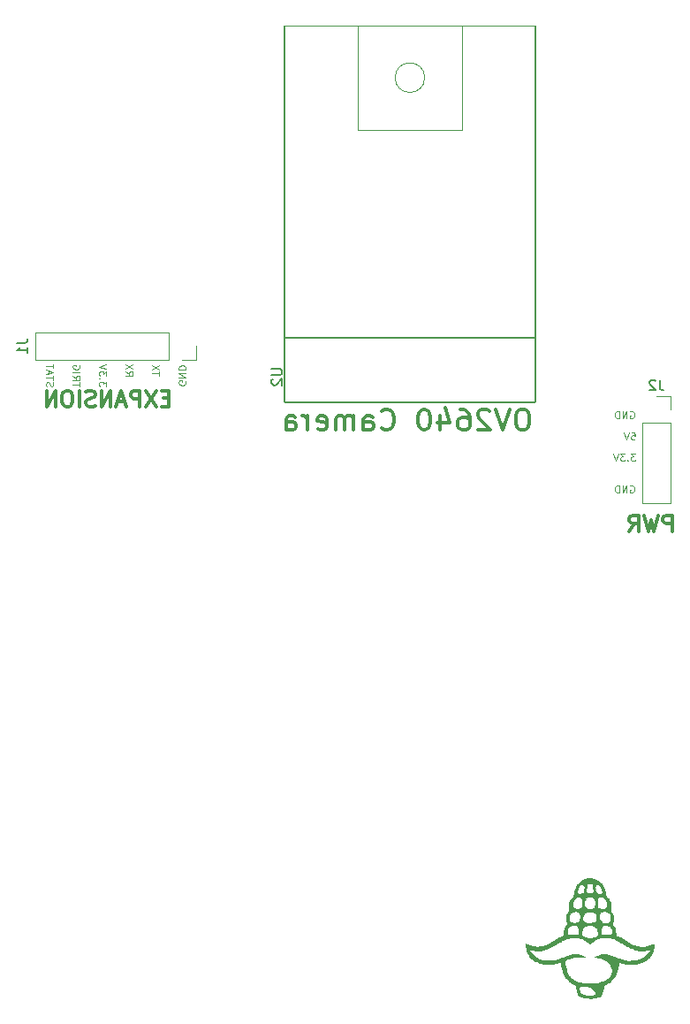
<source format=gbr>
%TF.GenerationSoftware,KiCad,Pcbnew,6.0.9-8da3e8f707~116~ubuntu20.04.1*%
%TF.CreationDate,2022-11-01T21:27:12-06:00*%
%TF.ProjectId,seedsigner-esp32-dev-board,73656564-7369-4676-9e65-722d65737033,rev?*%
%TF.SameCoordinates,Original*%
%TF.FileFunction,Legend,Bot*%
%TF.FilePolarity,Positive*%
%FSLAX46Y46*%
G04 Gerber Fmt 4.6, Leading zero omitted, Abs format (unit mm)*
G04 Created by KiCad (PCBNEW 6.0.9-8da3e8f707~116~ubuntu20.04.1) date 2022-11-01 21:27:12*
%MOMM*%
%LPD*%
G01*
G04 APERTURE LIST*
%ADD10C,0.125000*%
%ADD11C,0.300000*%
%ADD12C,0.150000*%
%ADD13C,0.120000*%
%ADD14C,0.200000*%
G04 APERTURE END LIST*
D10*
X64795333Y62326000D02*
X64862000Y62359333D01*
X64962000Y62359333D01*
X65062000Y62326000D01*
X65128666Y62259333D01*
X65162000Y62192666D01*
X65195333Y62059333D01*
X65195333Y61959333D01*
X65162000Y61826000D01*
X65128666Y61759333D01*
X65062000Y61692666D01*
X64962000Y61659333D01*
X64895333Y61659333D01*
X64795333Y61692666D01*
X64762000Y61726000D01*
X64762000Y61959333D01*
X64895333Y61959333D01*
X64462000Y61659333D02*
X64462000Y62359333D01*
X64062000Y61659333D01*
X64062000Y62359333D01*
X63728666Y61659333D02*
X63728666Y62359333D01*
X63562000Y62359333D01*
X63462000Y62326000D01*
X63395333Y62259333D01*
X63362000Y62192666D01*
X63328666Y62059333D01*
X63328666Y61959333D01*
X63362000Y61826000D01*
X63395333Y61759333D01*
X63462000Y61692666D01*
X63562000Y61659333D01*
X63728666Y61659333D01*
X16447333Y73289333D02*
X16780666Y73056000D01*
X16447333Y72889333D02*
X17147333Y72889333D01*
X17147333Y73156000D01*
X17114000Y73222666D01*
X17080666Y73256000D01*
X17014000Y73289333D01*
X16914000Y73289333D01*
X16847333Y73256000D01*
X16814000Y73222666D01*
X16780666Y73156000D01*
X16780666Y72889333D01*
X17147333Y73522666D02*
X16447333Y73989333D01*
X17147333Y73989333D02*
X16447333Y73522666D01*
X65295333Y65407333D02*
X64862000Y65407333D01*
X65095333Y65140666D01*
X64995333Y65140666D01*
X64928666Y65107333D01*
X64895333Y65074000D01*
X64862000Y65007333D01*
X64862000Y64840666D01*
X64895333Y64774000D01*
X64928666Y64740666D01*
X64995333Y64707333D01*
X65195333Y64707333D01*
X65262000Y64740666D01*
X65295333Y64774000D01*
X64562000Y64774000D02*
X64528666Y64740666D01*
X64562000Y64707333D01*
X64595333Y64740666D01*
X64562000Y64774000D01*
X64562000Y64707333D01*
X64295333Y65407333D02*
X63862000Y65407333D01*
X64095333Y65140666D01*
X63995333Y65140666D01*
X63928666Y65107333D01*
X63895333Y65074000D01*
X63862000Y65007333D01*
X63862000Y64840666D01*
X63895333Y64774000D01*
X63928666Y64740666D01*
X63995333Y64707333D01*
X64195333Y64707333D01*
X64262000Y64740666D01*
X64295333Y64774000D01*
X63662000Y65407333D02*
X63428666Y64707333D01*
X63195333Y65407333D01*
D11*
X68802000Y57995428D02*
X68802000Y59495428D01*
X68230571Y59495428D01*
X68087714Y59424000D01*
X68016285Y59352571D01*
X67944857Y59209714D01*
X67944857Y58995428D01*
X68016285Y58852571D01*
X68087714Y58781142D01*
X68230571Y58709714D01*
X68802000Y58709714D01*
X67444857Y59495428D02*
X67087714Y57995428D01*
X66802000Y59066857D01*
X66516285Y57995428D01*
X66159142Y59495428D01*
X64730571Y57995428D02*
X65230571Y58709714D01*
X65587714Y57995428D02*
X65587714Y59495428D01*
X65016285Y59495428D01*
X64873428Y59424000D01*
X64802000Y59352571D01*
X64730571Y59209714D01*
X64730571Y58995428D01*
X64802000Y58852571D01*
X64873428Y58781142D01*
X65016285Y58709714D01*
X65587714Y58709714D01*
D10*
X64795333Y69438000D02*
X64862000Y69471333D01*
X64962000Y69471333D01*
X65062000Y69438000D01*
X65128666Y69371333D01*
X65162000Y69304666D01*
X65195333Y69171333D01*
X65195333Y69071333D01*
X65162000Y68938000D01*
X65128666Y68871333D01*
X65062000Y68804666D01*
X64962000Y68771333D01*
X64895333Y68771333D01*
X64795333Y68804666D01*
X64762000Y68838000D01*
X64762000Y69071333D01*
X64895333Y69071333D01*
X64462000Y68771333D02*
X64462000Y69471333D01*
X64062000Y68771333D01*
X64062000Y69471333D01*
X63728666Y68771333D02*
X63728666Y69471333D01*
X63562000Y69471333D01*
X63462000Y69438000D01*
X63395333Y69371333D01*
X63362000Y69304666D01*
X63328666Y69171333D01*
X63328666Y69071333D01*
X63362000Y68938000D01*
X63395333Y68871333D01*
X63462000Y68804666D01*
X63562000Y68771333D01*
X63728666Y68771333D01*
D11*
X54672095Y69675238D02*
X54291142Y69675238D01*
X54100666Y69580000D01*
X53910190Y69389523D01*
X53814952Y69008571D01*
X53814952Y68341904D01*
X53910190Y67960952D01*
X54100666Y67770476D01*
X54291142Y67675238D01*
X54672095Y67675238D01*
X54862571Y67770476D01*
X55053047Y67960952D01*
X55148285Y68341904D01*
X55148285Y69008571D01*
X55053047Y69389523D01*
X54862571Y69580000D01*
X54672095Y69675238D01*
X53243523Y69675238D02*
X52576857Y67675238D01*
X51910190Y69675238D01*
X51338761Y69484761D02*
X51243523Y69580000D01*
X51053047Y69675238D01*
X50576857Y69675238D01*
X50386380Y69580000D01*
X50291142Y69484761D01*
X50195904Y69294285D01*
X50195904Y69103809D01*
X50291142Y68818095D01*
X51434000Y67675238D01*
X50195904Y67675238D01*
X48481619Y69675238D02*
X48862571Y69675238D01*
X49053047Y69580000D01*
X49148285Y69484761D01*
X49338761Y69199047D01*
X49434000Y68818095D01*
X49434000Y68056190D01*
X49338761Y67865714D01*
X49243523Y67770476D01*
X49053047Y67675238D01*
X48672095Y67675238D01*
X48481619Y67770476D01*
X48386380Y67865714D01*
X48291142Y68056190D01*
X48291142Y68532380D01*
X48386380Y68722857D01*
X48481619Y68818095D01*
X48672095Y68913333D01*
X49053047Y68913333D01*
X49243523Y68818095D01*
X49338761Y68722857D01*
X49434000Y68532380D01*
X46576857Y69008571D02*
X46576857Y67675238D01*
X47053047Y69770476D02*
X47529238Y68341904D01*
X46291142Y68341904D01*
X45148285Y69675238D02*
X44957809Y69675238D01*
X44767333Y69580000D01*
X44672095Y69484761D01*
X44576857Y69294285D01*
X44481619Y68913333D01*
X44481619Y68437142D01*
X44576857Y68056190D01*
X44672095Y67865714D01*
X44767333Y67770476D01*
X44957809Y67675238D01*
X45148285Y67675238D01*
X45338761Y67770476D01*
X45434000Y67865714D01*
X45529238Y68056190D01*
X45624476Y68437142D01*
X45624476Y68913333D01*
X45529238Y69294285D01*
X45434000Y69484761D01*
X45338761Y69580000D01*
X45148285Y69675238D01*
X40957809Y67865714D02*
X41053047Y67770476D01*
X41338761Y67675238D01*
X41529238Y67675238D01*
X41814952Y67770476D01*
X42005428Y67960952D01*
X42100666Y68151428D01*
X42195904Y68532380D01*
X42195904Y68818095D01*
X42100666Y69199047D01*
X42005428Y69389523D01*
X41814952Y69580000D01*
X41529238Y69675238D01*
X41338761Y69675238D01*
X41053047Y69580000D01*
X40957809Y69484761D01*
X39243523Y67675238D02*
X39243523Y68722857D01*
X39338761Y68913333D01*
X39529238Y69008571D01*
X39910190Y69008571D01*
X40100666Y68913333D01*
X39243523Y67770476D02*
X39434000Y67675238D01*
X39910190Y67675238D01*
X40100666Y67770476D01*
X40195904Y67960952D01*
X40195904Y68151428D01*
X40100666Y68341904D01*
X39910190Y68437142D01*
X39434000Y68437142D01*
X39243523Y68532380D01*
X38291142Y67675238D02*
X38291142Y69008571D01*
X38291142Y68818095D02*
X38195904Y68913333D01*
X38005428Y69008571D01*
X37719714Y69008571D01*
X37529238Y68913333D01*
X37434000Y68722857D01*
X37434000Y67675238D01*
X37434000Y68722857D02*
X37338761Y68913333D01*
X37148285Y69008571D01*
X36862571Y69008571D01*
X36672095Y68913333D01*
X36576857Y68722857D01*
X36576857Y67675238D01*
X34862571Y67770476D02*
X35053047Y67675238D01*
X35434000Y67675238D01*
X35624476Y67770476D01*
X35719714Y67960952D01*
X35719714Y68722857D01*
X35624476Y68913333D01*
X35434000Y69008571D01*
X35053047Y69008571D01*
X34862571Y68913333D01*
X34767333Y68722857D01*
X34767333Y68532380D01*
X35719714Y68341904D01*
X33910190Y67675238D02*
X33910190Y69008571D01*
X33910190Y68627619D02*
X33814952Y68818095D01*
X33719714Y68913333D01*
X33529238Y69008571D01*
X33338761Y69008571D01*
X31814952Y67675238D02*
X31814952Y68722857D01*
X31910190Y68913333D01*
X32100666Y69008571D01*
X32481619Y69008571D01*
X32672095Y68913333D01*
X31814952Y67770476D02*
X32005428Y67675238D01*
X32481619Y67675238D01*
X32672095Y67770476D01*
X32767333Y67960952D01*
X32767333Y68151428D01*
X32672095Y68341904D01*
X32481619Y68437142D01*
X32005428Y68437142D01*
X31814952Y68532380D01*
X20589142Y70719142D02*
X20089142Y70719142D01*
X19874857Y69933428D02*
X20589142Y69933428D01*
X20589142Y71433428D01*
X19874857Y71433428D01*
X19374857Y71433428D02*
X18374857Y69933428D01*
X18374857Y71433428D02*
X19374857Y69933428D01*
X17803428Y69933428D02*
X17803428Y71433428D01*
X17232000Y71433428D01*
X17089142Y71362000D01*
X17017714Y71290571D01*
X16946285Y71147714D01*
X16946285Y70933428D01*
X17017714Y70790571D01*
X17089142Y70719142D01*
X17232000Y70647714D01*
X17803428Y70647714D01*
X16374857Y70362000D02*
X15660571Y70362000D01*
X16517714Y69933428D02*
X16017714Y71433428D01*
X15517714Y69933428D01*
X15017714Y69933428D02*
X15017714Y71433428D01*
X14160571Y69933428D01*
X14160571Y71433428D01*
X13517714Y70004857D02*
X13303428Y69933428D01*
X12946285Y69933428D01*
X12803428Y70004857D01*
X12732000Y70076285D01*
X12660571Y70219142D01*
X12660571Y70362000D01*
X12732000Y70504857D01*
X12803428Y70576285D01*
X12946285Y70647714D01*
X13232000Y70719142D01*
X13374857Y70790571D01*
X13446285Y70862000D01*
X13517714Y71004857D01*
X13517714Y71147714D01*
X13446285Y71290571D01*
X13374857Y71362000D01*
X13232000Y71433428D01*
X12874857Y71433428D01*
X12660571Y71362000D01*
X12017714Y69933428D02*
X12017714Y71433428D01*
X11017714Y71433428D02*
X10732000Y71433428D01*
X10589142Y71362000D01*
X10446285Y71219142D01*
X10374857Y70933428D01*
X10374857Y70433428D01*
X10446285Y70147714D01*
X10589142Y70004857D01*
X10732000Y69933428D01*
X11017714Y69933428D01*
X11160571Y70004857D01*
X11303428Y70147714D01*
X11374857Y70433428D01*
X11374857Y70933428D01*
X11303428Y71219142D01*
X11160571Y71362000D01*
X11017714Y71433428D01*
X9732000Y69933428D02*
X9732000Y71433428D01*
X8874857Y69933428D01*
X8874857Y71433428D01*
D10*
X22194000Y72364666D02*
X22227333Y72298000D01*
X22227333Y72198000D01*
X22194000Y72098000D01*
X22127333Y72031333D01*
X22060666Y71998000D01*
X21927333Y71964666D01*
X21827333Y71964666D01*
X21694000Y71998000D01*
X21627333Y72031333D01*
X21560666Y72098000D01*
X21527333Y72198000D01*
X21527333Y72264666D01*
X21560666Y72364666D01*
X21594000Y72398000D01*
X21827333Y72398000D01*
X21827333Y72264666D01*
X21527333Y72698000D02*
X22227333Y72698000D01*
X21527333Y73098000D01*
X22227333Y73098000D01*
X21527333Y73431333D02*
X22227333Y73431333D01*
X22227333Y73598000D01*
X22194000Y73698000D01*
X22127333Y73764666D01*
X22060666Y73798000D01*
X21927333Y73831333D01*
X21827333Y73831333D01*
X21694000Y73798000D01*
X21627333Y73764666D01*
X21560666Y73698000D01*
X21527333Y73598000D01*
X21527333Y73431333D01*
X8860666Y71864666D02*
X8827333Y71964666D01*
X8827333Y72131333D01*
X8860666Y72198000D01*
X8894000Y72231333D01*
X8960666Y72264666D01*
X9027333Y72264666D01*
X9094000Y72231333D01*
X9127333Y72198000D01*
X9160666Y72131333D01*
X9194000Y71998000D01*
X9227333Y71931333D01*
X9260666Y71898000D01*
X9327333Y71864666D01*
X9394000Y71864666D01*
X9460666Y71898000D01*
X9494000Y71931333D01*
X9527333Y71998000D01*
X9527333Y72164666D01*
X9494000Y72264666D01*
X9527333Y72464666D02*
X9527333Y72864666D01*
X8827333Y72664666D02*
X9527333Y72664666D01*
X9027333Y73064666D02*
X9027333Y73398000D01*
X8827333Y72998000D02*
X9527333Y73231333D01*
X8827333Y73464666D01*
X9527333Y73598000D02*
X9527333Y73998000D01*
X8827333Y73798000D02*
X9527333Y73798000D01*
X64903333Y67439333D02*
X65236666Y67439333D01*
X65270000Y67106000D01*
X65236666Y67139333D01*
X65170000Y67172666D01*
X65003333Y67172666D01*
X64936666Y67139333D01*
X64903333Y67106000D01*
X64870000Y67039333D01*
X64870000Y66872666D01*
X64903333Y66806000D01*
X64936666Y66772666D01*
X65003333Y66739333D01*
X65170000Y66739333D01*
X65236666Y66772666D01*
X65270000Y66806000D01*
X64670000Y67439333D02*
X64436666Y66739333D01*
X64203333Y67439333D01*
X14607333Y71864666D02*
X14607333Y72298000D01*
X14340666Y72064666D01*
X14340666Y72164666D01*
X14307333Y72231333D01*
X14274000Y72264666D01*
X14207333Y72298000D01*
X14040666Y72298000D01*
X13974000Y72264666D01*
X13940666Y72231333D01*
X13907333Y72164666D01*
X13907333Y71964666D01*
X13940666Y71898000D01*
X13974000Y71864666D01*
X13974000Y72598000D02*
X13940666Y72631333D01*
X13907333Y72598000D01*
X13940666Y72564666D01*
X13974000Y72598000D01*
X13907333Y72598000D01*
X14607333Y72864666D02*
X14607333Y73298000D01*
X14340666Y73064666D01*
X14340666Y73164666D01*
X14307333Y73231333D01*
X14274000Y73264666D01*
X14207333Y73298000D01*
X14040666Y73298000D01*
X13974000Y73264666D01*
X13940666Y73231333D01*
X13907333Y73164666D01*
X13907333Y72964666D01*
X13940666Y72898000D01*
X13974000Y72864666D01*
X14607333Y73498000D02*
X13907333Y73731333D01*
X14607333Y73964666D01*
X12067333Y71831333D02*
X12067333Y72231333D01*
X11367333Y72031333D02*
X12067333Y72031333D01*
X11367333Y72864666D02*
X11700666Y72631333D01*
X11367333Y72464666D02*
X12067333Y72464666D01*
X12067333Y72731333D01*
X12034000Y72798000D01*
X12000666Y72831333D01*
X11934000Y72864666D01*
X11834000Y72864666D01*
X11767333Y72831333D01*
X11734000Y72798000D01*
X11700666Y72731333D01*
X11700666Y72464666D01*
X11367333Y73164666D02*
X12067333Y73164666D01*
X12034000Y73864666D02*
X12067333Y73798000D01*
X12067333Y73698000D01*
X12034000Y73598000D01*
X11967333Y73531333D01*
X11900666Y73498000D01*
X11767333Y73464666D01*
X11667333Y73464666D01*
X11534000Y73498000D01*
X11467333Y73531333D01*
X11400666Y73598000D01*
X11367333Y73698000D01*
X11367333Y73764666D01*
X11400666Y73864666D01*
X11434000Y73898000D01*
X11667333Y73898000D01*
X11667333Y73764666D01*
X19687333Y72872666D02*
X19687333Y73272666D01*
X18987333Y73072666D02*
X19687333Y73072666D01*
X19687333Y73439333D02*
X18987333Y73906000D01*
X19687333Y73906000D02*
X18987333Y73439333D01*
D12*
%TO.C,J2*%
X67643333Y72473619D02*
X67643333Y71759333D01*
X67690952Y71616476D01*
X67786190Y71521238D01*
X67929047Y71473619D01*
X68024285Y71473619D01*
X67214761Y72378380D02*
X67167142Y72426000D01*
X67071904Y72473619D01*
X66833809Y72473619D01*
X66738571Y72426000D01*
X66690952Y72378380D01*
X66643333Y72283142D01*
X66643333Y72187904D01*
X66690952Y72045047D01*
X67262380Y71473619D01*
X66643333Y71473619D01*
%TO.C,J1*%
X6056380Y76025333D02*
X6770666Y76025333D01*
X6913523Y76072952D01*
X7008761Y76168190D01*
X7056380Y76311047D01*
X7056380Y76406285D01*
X7056380Y75025333D02*
X7056380Y75596761D01*
X7056380Y75311047D02*
X6056380Y75311047D01*
X6199238Y75406285D01*
X6294476Y75501523D01*
X6342095Y75596761D01*
%TO.C,U2*%
X30440380Y73532904D02*
X31249904Y73532904D01*
X31345142Y73485285D01*
X31392761Y73437666D01*
X31440380Y73342428D01*
X31440380Y73151952D01*
X31392761Y73056714D01*
X31345142Y73009095D01*
X31249904Y72961476D01*
X30440380Y72961476D01*
X30535619Y72532904D02*
X30488000Y72485285D01*
X30440380Y72390047D01*
X30440380Y72151952D01*
X30488000Y72056714D01*
X30535619Y72009095D01*
X30630857Y71961476D01*
X30726095Y71961476D01*
X30868952Y72009095D01*
X31440380Y72580523D01*
X31440380Y71961476D01*
%TO.C,LOGO2*%
G36*
X62231538Y20137516D02*
G01*
X62227045Y20130632D01*
X62193627Y20099483D01*
X62177576Y20113384D01*
X62180600Y20120991D01*
X62216624Y20152431D01*
X62235525Y20160660D01*
X62231538Y20137516D01*
G37*
G36*
X59640959Y23937217D02*
G01*
X59624048Y23920307D01*
X59607137Y23937217D01*
X59624048Y23954128D01*
X59640959Y23937217D01*
G37*
G36*
X59000909Y20022371D02*
G01*
X58988157Y20008054D01*
X58935090Y19952050D01*
X58907899Y19929361D01*
X58897273Y19935188D01*
X58919217Y19967284D01*
X58989893Y20033386D01*
X59082903Y20115380D01*
X59000909Y20022371D01*
G37*
G36*
X67115526Y18491944D02*
G01*
X67098615Y18475034D01*
X67081704Y18491944D01*
X67098615Y18508855D01*
X67115526Y18491944D01*
G37*
G36*
X60587963Y22009388D02*
G01*
X60571052Y21992477D01*
X60554141Y22009388D01*
X60571052Y22026299D01*
X60587963Y22009388D01*
G37*
G36*
X60249747Y19405127D02*
G01*
X60232836Y19388216D01*
X60215925Y19405127D01*
X60232836Y19422038D01*
X60249747Y19405127D01*
G37*
G36*
X60655606Y23497537D02*
G01*
X60638695Y23480626D01*
X60621784Y23497537D01*
X60638695Y23514448D01*
X60655606Y23497537D01*
G37*
G36*
X62505456Y23265386D02*
G01*
X62515292Y23147278D01*
X62531251Y23054459D01*
X62599698Y22967770D01*
X62601509Y22966334D01*
X62657203Y22908552D01*
X62657475Y22907862D01*
X62675796Y22861438D01*
X62675904Y22846114D01*
X62707022Y22828480D01*
X62734398Y22824648D01*
X62787262Y22786203D01*
X62807198Y22757470D01*
X62807417Y22736552D01*
X62811401Y22717926D01*
X62852144Y22670772D01*
X62864969Y22656579D01*
X62867585Y22651998D01*
X62926125Y22549466D01*
X62976397Y22398656D01*
X63010363Y22224045D01*
X63014401Y22165129D01*
X63022598Y22045526D01*
X63019281Y21951839D01*
X63010115Y21888709D01*
X62997232Y21879210D01*
X62987340Y21881301D01*
X62974416Y21837829D01*
X62967211Y21750633D01*
X62969492Y21647592D01*
X62982079Y21603529D01*
X62992382Y21567464D01*
X63045500Y21499665D01*
X63078862Y21453534D01*
X63167695Y21330703D01*
X63238583Y21118765D01*
X63248208Y20983624D01*
X63256553Y20866464D01*
X63248478Y20699440D01*
X63235190Y20579794D01*
X63217061Y20525510D01*
X63193879Y20535471D01*
X63188837Y20540492D01*
X63176944Y20516700D01*
X63173214Y20445321D01*
X63173679Y20429964D01*
X63185017Y20334853D01*
X63205914Y20270807D01*
X63219463Y20240271D01*
X63188994Y20247949D01*
X63181832Y20251253D01*
X63182032Y20250666D01*
X63185276Y20241166D01*
X63213936Y20216845D01*
X63232611Y20200998D01*
X63238358Y20196353D01*
X63329126Y20083986D01*
X63400087Y19921386D01*
X63446294Y19723512D01*
X63460282Y19538564D01*
X63462796Y19505323D01*
X63463925Y19409664D01*
X63470997Y19314423D01*
X63486711Y19266262D01*
X63513528Y19252930D01*
X63536899Y19248877D01*
X63564261Y19217112D01*
X63566599Y19205284D01*
X63596922Y19201481D01*
X63615493Y19203900D01*
X63683467Y19186362D01*
X63774486Y19145817D01*
X63822846Y19120774D01*
X63898896Y19082734D01*
X63936298Y19066026D01*
X63976105Y19053117D01*
X64048679Y19015112D01*
X64102643Y18971660D01*
X64116030Y18938364D01*
X64110416Y18925368D01*
X64130950Y18926509D01*
X64145940Y18933334D01*
X64202203Y18933543D01*
X64246976Y18908941D01*
X64252183Y18872123D01*
X64246007Y18857836D01*
X64267004Y18859341D01*
X64289247Y18860412D01*
X64355031Y18836701D01*
X64367605Y18830160D01*
X64443324Y18790772D01*
X64537502Y18733077D01*
X64620943Y18674068D01*
X64677024Y18624198D01*
X64689122Y18593918D01*
X64681502Y18583535D01*
X64699393Y18586061D01*
X64720010Y18589768D01*
X64778151Y18572561D01*
X64841344Y18535586D01*
X64851984Y18525766D01*
X64886875Y18493563D01*
X64892030Y18461214D01*
X64884902Y18452405D01*
X64900213Y18446435D01*
X64924320Y18447488D01*
X64989957Y18431461D01*
X65063966Y18401639D01*
X65121827Y18368638D01*
X65139017Y18343070D01*
X65140265Y18330481D01*
X65181724Y18316517D01*
X65220027Y18310213D01*
X65312087Y18288016D01*
X65424447Y18256137D01*
X65424630Y18256081D01*
X65527817Y18233295D01*
X65665993Y18214101D01*
X65822162Y18199480D01*
X65979330Y18190413D01*
X66120505Y18187882D01*
X66228692Y18192867D01*
X66286897Y18206350D01*
X66307855Y18216130D01*
X66383719Y18241294D01*
X66486290Y18268948D01*
X66557303Y18288293D01*
X66702805Y18334956D01*
X66841644Y18386492D01*
X66929767Y18419086D01*
X67021526Y18445086D01*
X67073476Y18449592D01*
X67084683Y18441443D01*
X67107303Y18377417D01*
X67115154Y18260830D01*
X67114504Y18207951D01*
X67105902Y18056730D01*
X67088956Y17940227D01*
X67065743Y17869407D01*
X67038341Y17855232D01*
X67022812Y17861160D01*
X67025564Y17850166D01*
X67029348Y17835051D01*
X67031438Y17830764D01*
X67031889Y17772808D01*
X67011298Y17686473D01*
X66978119Y17595460D01*
X66940803Y17523471D01*
X66907803Y17494208D01*
X66896817Y17491664D01*
X66895593Y17460536D01*
X66897824Y17452325D01*
X66877231Y17401996D01*
X66821491Y17336628D01*
X66798604Y17314081D01*
X66766251Y17275217D01*
X66777310Y17271684D01*
X66787776Y17274838D01*
X66776450Y17253225D01*
X66725259Y17201117D01*
X66696567Y17173440D01*
X66663856Y17135965D01*
X66674526Y17134345D01*
X66680313Y17130439D01*
X66644622Y17090743D01*
X66589085Y17037617D01*
X66574381Y17023551D01*
X66480883Y16943044D01*
X66355514Y16849678D01*
X66331182Y16834687D01*
X66240782Y16778992D01*
X66149675Y16738757D01*
X66095179Y16736745D01*
X66078497Y16744336D01*
X66078100Y16725807D01*
X66070632Y16706185D01*
X66011689Y16671103D01*
X65907965Y16629614D01*
X65809930Y16597936D01*
X65771824Y16585623D01*
X65615629Y16543035D01*
X65451743Y16505754D01*
X65292530Y16477686D01*
X65219823Y16468384D01*
X64858001Y16453368D01*
X64471035Y16483834D01*
X64078233Y16558496D01*
X63995588Y16578183D01*
X63902215Y16597936D01*
X65661198Y16597936D01*
X65678109Y16581026D01*
X65695020Y16597936D01*
X65678109Y16614847D01*
X65661198Y16597936D01*
X63902215Y16597936D01*
X63873820Y16603943D01*
X63787909Y16617819D01*
X63752635Y16617149D01*
X63743889Y16576319D01*
X63731412Y16487370D01*
X63717929Y16369641D01*
X63717634Y16366831D01*
X63701131Y16253135D01*
X63680823Y16172186D01*
X63661037Y16141345D01*
X63649729Y16138530D01*
X63649310Y16106723D01*
X63651627Y16099189D01*
X63646397Y16040580D01*
X63624839Y15947675D01*
X63593238Y15840521D01*
X63557883Y15739163D01*
X63525061Y15663648D01*
X63501058Y15634022D01*
X63486949Y15623127D01*
X63472376Y15570107D01*
X63464169Y15533625D01*
X63429685Y15453943D01*
X63379018Y15365125D01*
X63342889Y15312717D01*
X63323564Y15284685D01*
X63274721Y15230136D01*
X63243885Y15218992D01*
X63232879Y15226649D01*
X63237760Y15205660D01*
X63236524Y15167218D01*
X63201985Y15102244D01*
X63147745Y15035685D01*
X63090921Y14987997D01*
X63048629Y14979636D01*
X63034682Y14985874D01*
X63034376Y14966732D01*
X63024745Y14927566D01*
X62975803Y14864174D01*
X62903651Y14792112D01*
X62824760Y14726376D01*
X62755603Y14681960D01*
X62712652Y14673858D01*
X62696396Y14681241D01*
X62695913Y14662739D01*
X62682701Y14635411D01*
X62619895Y14590561D01*
X62519497Y14539205D01*
X62321616Y14450402D01*
X62298777Y14205128D01*
X62295557Y14172589D01*
X62265392Y13993675D01*
X62247260Y13886130D01*
X62185746Y13706339D01*
X62168777Y13656743D01*
X62065622Y13493568D01*
X62060774Y13485900D01*
X61977800Y13418709D01*
X61923915Y13375074D01*
X61920100Y13373095D01*
X61833130Y13338204D01*
X61707411Y13298764D01*
X61568788Y13262937D01*
X61537977Y13256162D01*
X61285293Y13218479D01*
X61012204Y13204437D01*
X60735833Y13212911D01*
X60473300Y13242777D01*
X60241724Y13292909D01*
X60058228Y13362182D01*
X59993802Y13399911D01*
X59967734Y13418709D01*
X61907004Y13418709D01*
X61923915Y13401798D01*
X61940825Y13418709D01*
X61923915Y13435620D01*
X61907004Y13418709D01*
X59967734Y13418709D01*
X59920833Y13452530D01*
X59945353Y13452530D01*
X59962263Y13435620D01*
X59977178Y13450534D01*
X61974647Y13450534D01*
X61974976Y13445806D01*
X61994554Y13438358D01*
X62028609Y13474667D01*
X62036838Y13493568D01*
X62013694Y13489582D01*
X61998670Y13479141D01*
X61976323Y13452530D01*
X61974647Y13450534D01*
X59977178Y13450534D01*
X59979174Y13452530D01*
X59962263Y13469441D01*
X59945353Y13452530D01*
X59920833Y13452530D01*
X59915741Y13456202D01*
X59852215Y13511696D01*
X59817070Y13554046D01*
X59824151Y13570906D01*
X59828069Y13582371D01*
X59797009Y13622617D01*
X59770777Y13663435D01*
X59766519Y13729630D01*
X59773322Y13764992D01*
X59742423Y13756924D01*
X59713304Y13746854D01*
X59717865Y13783013D01*
X59724086Y13812778D01*
X59707460Y13847749D01*
X59696122Y13864413D01*
X59675621Y13933585D01*
X59654172Y14038468D01*
X59634732Y14159801D01*
X59624021Y14247520D01*
X59986081Y14247520D01*
X59987936Y14128557D01*
X59994686Y14020704D01*
X60006578Y13939980D01*
X60020803Y13909122D01*
X60032663Y13903530D01*
X60046817Y13858601D01*
X60049528Y13846569D01*
X60088218Y13793931D01*
X60157634Y13730589D01*
X60238294Y13671333D01*
X60310722Y13630956D01*
X60355437Y13624250D01*
X60364803Y13628306D01*
X60385033Y13608986D01*
X60385260Y13606814D01*
X60419164Y13585545D01*
X60493174Y13578505D01*
X60498018Y13578603D01*
X60575162Y13568633D01*
X60614368Y13542421D01*
X60630368Y13529688D01*
X60700932Y13514655D01*
X60811564Y13507425D01*
X60945281Y13507768D01*
X61085102Y13515454D01*
X61214044Y13530251D01*
X61315126Y13551929D01*
X61399959Y13584379D01*
X61444439Y13627881D01*
X61461011Y13700580D01*
X61461531Y13706339D01*
X61457615Y13778369D01*
X61435645Y13807657D01*
X61415457Y13818794D01*
X61399680Y13871820D01*
X61390978Y13897965D01*
X61344766Y13963389D01*
X61317443Y13993675D01*
X62211398Y13993675D01*
X62228309Y13976765D01*
X62245220Y13993675D01*
X62228309Y14010586D01*
X62211398Y13993675D01*
X61317443Y13993675D01*
X61271257Y14044871D01*
X61184689Y14128905D01*
X61099302Y14201989D01*
X61029335Y14250617D01*
X60989027Y14261285D01*
X60979397Y14257368D01*
X60960000Y14279100D01*
X60957445Y14284657D01*
X60906693Y14300694D01*
X60794297Y14310004D01*
X60624739Y14312146D01*
X60563646Y14312197D01*
X60406706Y14317867D01*
X60285425Y14330581D01*
X60215730Y14348907D01*
X60155624Y14368461D01*
X60061533Y14368184D01*
X60055573Y14366654D01*
X60014758Y14349827D01*
X59993308Y14315696D01*
X59986081Y14247520D01*
X59624021Y14247520D01*
X59620259Y14278327D01*
X59613712Y14374785D01*
X59618048Y14429917D01*
X59613314Y14455453D01*
X59564187Y14475477D01*
X59521413Y14484976D01*
X59471112Y14519104D01*
X59460437Y14532874D01*
X59417337Y14555025D01*
X59416574Y14554964D01*
X59350131Y14563488D01*
X59298213Y14590107D01*
X59287098Y14621422D01*
X59289523Y14634972D01*
X59256054Y14633157D01*
X59221379Y14637892D01*
X59146416Y14683552D01*
X59080832Y14737750D01*
X59099813Y14737750D01*
X59116724Y14720839D01*
X59133635Y14737750D01*
X59116724Y14754661D01*
X59099813Y14737750D01*
X59080832Y14737750D01*
X59048473Y14764491D01*
X58937713Y14869909D01*
X58824301Y14989006D01*
X58718400Y15110983D01*
X58630172Y15225039D01*
X58569783Y15320376D01*
X58547394Y15386191D01*
X58544888Y15404083D01*
X58517308Y15431092D01*
X58510905Y15432952D01*
X58476054Y15473928D01*
X58434961Y15551222D01*
X58397492Y15641704D01*
X58373513Y15722240D01*
X58372891Y15769698D01*
X58378381Y15782143D01*
X58363088Y15803130D01*
X58344211Y15816151D01*
X58310319Y15885567D01*
X58273952Y16006132D01*
X58237908Y16167965D01*
X58204987Y16361185D01*
X58196961Y16414311D01*
X58176745Y16528376D01*
X58157199Y16591882D01*
X58133218Y16617229D01*
X58099691Y16616816D01*
X58040043Y16607159D01*
X57944654Y16599906D01*
X57886831Y16592667D01*
X57868224Y16576337D01*
X57855536Y16557163D01*
X57787838Y16534538D01*
X57674610Y16512795D01*
X57527677Y16493453D01*
X57358862Y16478033D01*
X57179987Y16468056D01*
X57002876Y16465043D01*
X56850203Y16467572D01*
X56644419Y16479490D01*
X56466620Y16503372D01*
X56292623Y16541834D01*
X56172006Y16577353D01*
X56016078Y16632971D01*
X55861373Y16696741D01*
X55720466Y16762707D01*
X55605931Y16824915D01*
X55530341Y16877410D01*
X55506271Y16914237D01*
X55507596Y16927969D01*
X55489361Y16945878D01*
X55457651Y16948797D01*
X55386506Y16989071D01*
X55301939Y17060493D01*
X55217365Y17148594D01*
X55213270Y17153790D01*
X55252447Y17153790D01*
X55261065Y17122171D01*
X55268014Y17112159D01*
X55298879Y17088349D01*
X55303505Y17090551D01*
X55299496Y17105260D01*
X55920586Y17105260D01*
X55935294Y17090551D01*
X55937496Y17088349D01*
X55954407Y17105260D01*
X55937496Y17122171D01*
X55920586Y17105260D01*
X55299496Y17105260D01*
X55294887Y17122171D01*
X55287938Y17132183D01*
X55257073Y17155992D01*
X55252447Y17153790D01*
X55213270Y17153790D01*
X55146197Y17238905D01*
X55101851Y17316957D01*
X55097741Y17368280D01*
X55103760Y17383083D01*
X55080272Y17379062D01*
X55068679Y17372882D01*
X55044802Y17381244D01*
X55042433Y17444684D01*
X55031907Y17466999D01*
X54989755Y17516688D01*
X54960998Y17559037D01*
X54954338Y17618701D01*
X54959441Y17640842D01*
X54942148Y17647881D01*
X54931506Y17649309D01*
X54905762Y17694892D01*
X54877664Y17785656D01*
X54875823Y17793812D01*
X55195041Y17793812D01*
X55209655Y17781272D01*
X55246195Y17775119D01*
X55286863Y17736723D01*
X55300466Y17693613D01*
X55302523Y17685626D01*
X55337936Y17642334D01*
X55404024Y17581345D01*
X55429922Y17558246D01*
X55486560Y17494866D01*
X55505489Y17451121D01*
X55507936Y17432588D01*
X55548548Y17409654D01*
X55571627Y17402019D01*
X55588007Y17357384D01*
X55585657Y17335733D01*
X55600909Y17332366D01*
X55626448Y17341355D01*
X55679842Y17326473D01*
X55725005Y17292007D01*
X55733000Y17254922D01*
X55727439Y17243028D01*
X55740509Y17226803D01*
X55775197Y17230530D01*
X55829570Y17219142D01*
X55832802Y17184588D01*
X55824649Y17166151D01*
X55846483Y17168911D01*
X55892049Y17165760D01*
X55953174Y17123404D01*
X55972935Y17105260D01*
X56003619Y17077087D01*
X56030506Y17060554D01*
X56039595Y17061015D01*
X56094034Y17045578D01*
X56176197Y17014534D01*
X56263207Y16977416D01*
X56332189Y16943760D01*
X56360266Y16923102D01*
X56360372Y16921158D01*
X56367914Y16910723D01*
X56394324Y16902159D01*
X56449338Y16894386D01*
X56542693Y16886321D01*
X56684125Y16876883D01*
X56883372Y16864991D01*
X56883786Y16864967D01*
X57136489Y16857879D01*
X57363562Y16870600D01*
X57586112Y16906537D01*
X57825248Y16969097D01*
X58102077Y17061685D01*
X58228444Y17106473D01*
X58384528Y17158562D01*
X58434949Y17172903D01*
X60486498Y17172903D01*
X60503409Y17155992D01*
X60520319Y17172903D01*
X60503409Y17189814D01*
X60486498Y17172903D01*
X58434949Y17172903D01*
X58502880Y17192224D01*
X58598776Y17211615D01*
X58687495Y17220888D01*
X58704822Y17225234D01*
X58712370Y17255022D01*
X58710115Y17274349D01*
X58745784Y17301720D01*
X58811588Y17314549D01*
X58883664Y17305766D01*
X58896293Y17301731D01*
X58925921Y17296606D01*
X58896884Y17321392D01*
X58885892Y17329542D01*
X58868625Y17353973D01*
X58913795Y17363732D01*
X58955224Y17366544D01*
X59023715Y17368008D01*
X59039292Y17369340D01*
X59065992Y17393446D01*
X59074199Y17404533D01*
X59132917Y17427193D01*
X59209014Y17443476D01*
X59438029Y17443476D01*
X59454940Y17426565D01*
X59471851Y17443476D01*
X59573315Y17443476D01*
X59590226Y17426565D01*
X59607137Y17443476D01*
X59590226Y17460387D01*
X59573315Y17443476D01*
X59471851Y17443476D01*
X59454940Y17460387D01*
X59438029Y17443476D01*
X59209014Y17443476D01*
X59234115Y17448847D01*
X59361079Y17467285D01*
X59497096Y17480297D01*
X59625454Y17485671D01*
X59729439Y17481197D01*
X59791631Y17471455D01*
X59913211Y17443476D01*
X59914901Y17443087D01*
X60047018Y17404486D01*
X60173086Y17360967D01*
X60278207Y17317844D01*
X60347484Y17280435D01*
X60366019Y17254054D01*
X60363237Y17241554D01*
X60394613Y17242413D01*
X60395355Y17242686D01*
X60452401Y17234540D01*
X60523201Y17191233D01*
X60544840Y17172903D01*
X60604873Y17122049D01*
X60128956Y17143760D01*
X60018061Y17147851D01*
X59712359Y17145648D01*
X59445751Y17119081D01*
X59199186Y17065535D01*
X58953612Y16982393D01*
X58892139Y16960750D01*
X58804032Y16939520D01*
X58753912Y16940902D01*
X58737927Y16947748D01*
X58740844Y16925459D01*
X58735197Y16893293D01*
X58673707Y16864649D01*
X58583049Y16841896D01*
X58604645Y16537651D01*
X58640458Y16264021D01*
X58730191Y15942169D01*
X58752558Y15878762D01*
X58795029Y15753677D01*
X58825091Y15658542D01*
X58837328Y15610143D01*
X58840194Y15595677D01*
X58862494Y15582938D01*
X58880828Y15577227D01*
X58920405Y15531711D01*
X58963136Y15462763D01*
X58995328Y15393375D01*
X59003286Y15346538D01*
X59001166Y15335961D01*
X59017785Y15337790D01*
X59028429Y15344684D01*
X59072536Y15336055D01*
X59109068Y15297318D01*
X59111126Y15252926D01*
X59105075Y15239522D01*
X59123889Y15239050D01*
X59160704Y15237675D01*
X59209938Y15202049D01*
X59245036Y15152514D01*
X59243629Y15112680D01*
X59236706Y15103899D01*
X59252010Y15094063D01*
X59293213Y15099374D01*
X59347694Y15087896D01*
X59350049Y15050600D01*
X59341458Y15032598D01*
X59352500Y15032499D01*
X59379444Y15041506D01*
X59433907Y15026625D01*
X59479017Y14991742D01*
X59486315Y14953631D01*
X59481743Y14938353D01*
X59510734Y14928363D01*
X59545958Y14928060D01*
X59624139Y14911679D01*
X59710825Y14883735D01*
X59781104Y14852671D01*
X59810066Y14826929D01*
X59818944Y14813819D01*
X59869254Y14799433D01*
X59870455Y14799352D01*
X59933614Y14789228D01*
X60039263Y14767025D01*
X60163693Y14737750D01*
X60165193Y14737397D01*
X60219597Y14725176D01*
X60357857Y14703173D01*
X60529258Y14687605D01*
X60745264Y14677595D01*
X61017341Y14672267D01*
X61206342Y14671572D01*
X61374338Y14673641D01*
X61505375Y14678180D01*
X61589230Y14684831D01*
X61615678Y14693234D01*
X61623306Y14711202D01*
X61676712Y14721292D01*
X61696651Y14723253D01*
X61782599Y14742813D01*
X61904329Y14778844D01*
X62042290Y14825759D01*
X62100434Y14846347D01*
X62229729Y14888870D01*
X62332219Y14918161D01*
X62389692Y14928818D01*
X62420125Y14933256D01*
X62431758Y14956748D01*
X62430978Y14958385D01*
X62449482Y14992291D01*
X62506739Y15040204D01*
X62581827Y15088539D01*
X62653825Y15123708D01*
X62701811Y15132125D01*
X62712441Y15129825D01*
X62710560Y15146134D01*
X62705351Y15153872D01*
X62712045Y15198064D01*
X62746889Y15238697D01*
X62786365Y15245074D01*
X62812159Y15247600D01*
X62858631Y15287723D01*
X62877687Y15312717D01*
X63293688Y15312717D01*
X63310599Y15295806D01*
X63327510Y15312717D01*
X63310599Y15329628D01*
X63293688Y15312717D01*
X62877687Y15312717D01*
X62881109Y15317205D01*
X62883074Y15328591D01*
X62837097Y15296389D01*
X62793538Y15265044D01*
X62790892Y15270139D01*
X62833162Y15320957D01*
X62886251Y15367799D01*
X62927009Y15377048D01*
X62936575Y15372504D01*
X62952305Y15386301D01*
X62948777Y15420383D01*
X62958108Y15475307D01*
X62985475Y15484185D01*
X62997757Y15480291D01*
X63013969Y15507555D01*
X63013337Y15532406D01*
X63017251Y15636575D01*
X63030606Y15705265D01*
X63050665Y15722452D01*
X63064858Y15728861D01*
X63068715Y15783220D01*
X63059074Y15875116D01*
X63038785Y15989089D01*
X63010698Y16109678D01*
X62977665Y16221422D01*
X62942536Y16308862D01*
X62911275Y16376984D01*
X62883636Y16457453D01*
X62882188Y16499071D01*
X62887724Y16508377D01*
X62862224Y16499751D01*
X62833609Y16495174D01*
X62797622Y16536605D01*
X62791542Y16550903D01*
X62755221Y16608299D01*
X62708532Y16662569D01*
X62667951Y16696346D01*
X62649953Y16692263D01*
X62649751Y16690740D01*
X62628184Y16698017D01*
X62582310Y16745425D01*
X62577908Y16750642D01*
X62533553Y16794341D01*
X62514716Y16796157D01*
X62502867Y16792019D01*
X62467064Y16828484D01*
X62433736Y16865370D01*
X62399353Y16884912D01*
X62368876Y16888955D01*
X62294432Y16914281D01*
X62200431Y16953759D01*
X62107611Y16997952D01*
X62036710Y17037427D01*
X62008469Y17062747D01*
X62006874Y17071220D01*
X61978202Y17073636D01*
X61956904Y17069127D01*
X61881704Y17071966D01*
X61779059Y17086957D01*
X61732790Y17095149D01*
X61591723Y17115341D01*
X61467400Y17127409D01*
X61412691Y17130892D01*
X61357273Y17139280D01*
X61355230Y17157596D01*
X61367447Y17168367D01*
X61405663Y17168367D01*
X61433502Y17155992D01*
X61451407Y17158433D01*
X61456050Y17178540D01*
X61451092Y17182588D01*
X61410954Y17178540D01*
X61405663Y17168367D01*
X61367447Y17168367D01*
X61397328Y17194710D01*
X61455449Y17232336D01*
X61579216Y17292299D01*
X61734548Y17354411D01*
X61901362Y17411411D01*
X62015047Y17443476D01*
X62279041Y17443476D01*
X62295952Y17426565D01*
X62312863Y17443476D01*
X62414327Y17443476D01*
X62431238Y17426565D01*
X62448149Y17443476D01*
X62431238Y17460387D01*
X62414327Y17443476D01*
X62312863Y17443476D01*
X62295952Y17460387D01*
X62279041Y17443476D01*
X62015047Y17443476D01*
X62059578Y17456036D01*
X62189115Y17481027D01*
X62268500Y17486252D01*
X62437216Y17481367D01*
X62606101Y17460126D01*
X62681278Y17443476D01*
X62727386Y17433264D01*
X62872474Y17393886D01*
X63022909Y17347617D01*
X63164543Y17299294D01*
X63283227Y17253755D01*
X63364813Y17215836D01*
X63395153Y17190373D01*
X63398142Y17180588D01*
X63403330Y17178540D01*
X63437430Y17165078D01*
X63501516Y17165078D01*
X63572067Y17150482D01*
X63577942Y17116945D01*
X63570272Y17100320D01*
X63587257Y17098570D01*
X63590578Y17099930D01*
X63644674Y17096586D01*
X63741058Y17074528D01*
X63861311Y17037838D01*
X63997378Y16994940D01*
X64164169Y16948270D01*
X64306591Y16914161D01*
X64401985Y16891007D01*
X64480945Y16863936D01*
X64511265Y16842144D01*
X64537576Y16826652D01*
X64604274Y16830731D01*
X64635204Y16834687D01*
X65322983Y16834687D01*
X65339893Y16817777D01*
X65356804Y16834687D01*
X65339893Y16851598D01*
X65322983Y16834687D01*
X64635204Y16834687D01*
X64654665Y16837176D01*
X64765852Y16845617D01*
X64912063Y16853185D01*
X65074924Y16858784D01*
X65210046Y16863326D01*
X65332048Y16869803D01*
X65412070Y16876931D01*
X65437285Y16883823D01*
X65436198Y16889131D01*
X65469158Y16909923D01*
X65538658Y16933616D01*
X65622074Y16954298D01*
X65696782Y16966056D01*
X65740160Y16962979D01*
X65752412Y16957625D01*
X65751408Y16977734D01*
X65751140Y16990125D01*
X65786469Y17026252D01*
X65806018Y17037617D01*
X66540559Y17037617D01*
X66557470Y17020706D01*
X66574381Y17037617D01*
X66557470Y17054528D01*
X66540559Y17037617D01*
X65806018Y17037617D01*
X65851738Y17064197D01*
X65923063Y17091464D01*
X65976562Y17095553D01*
X65985989Y17094938D01*
X65983021Y17121333D01*
X65978790Y17139466D01*
X66011545Y17160442D01*
X66083968Y17157179D01*
X66094324Y17156388D01*
X66092848Y17175297D01*
X66092373Y17186540D01*
X66125377Y17229272D01*
X66189102Y17287046D01*
X66265830Y17345764D01*
X66337844Y17391332D01*
X66387426Y17409654D01*
X66396266Y17410765D01*
X66422701Y17443476D01*
X66433021Y17489483D01*
X66468729Y17536910D01*
X66509913Y17542978D01*
X66523893Y17538863D01*
X66532942Y17567793D01*
X66533315Y17587053D01*
X66565925Y17604128D01*
X66590011Y17610701D01*
X66608202Y17659175D01*
X66615521Y17698003D01*
X66658935Y17764781D01*
X66685946Y17793889D01*
X66709667Y17850166D01*
X66696363Y17872474D01*
X66647305Y17870604D01*
X66549014Y17843905D01*
X66477821Y17823859D01*
X66330301Y17788696D01*
X66185433Y17760318D01*
X66133228Y17753045D01*
X66003584Y17743916D01*
X65866898Y17743518D01*
X65738092Y17750750D01*
X65632087Y17764516D01*
X65563805Y17783715D01*
X65548167Y17807249D01*
X65554552Y17823947D01*
X65527490Y17816488D01*
X65523743Y17814587D01*
X65467524Y17811283D01*
X65380097Y17825899D01*
X65281022Y17852465D01*
X65189854Y17885007D01*
X65126153Y17917554D01*
X65109474Y17944134D01*
X65115040Y17958762D01*
X65089598Y17952880D01*
X65047581Y17955578D01*
X64963837Y17983160D01*
X64853795Y18028802D01*
X64732294Y18085274D01*
X64614170Y18145349D01*
X64514263Y18201800D01*
X64447411Y18247400D01*
X64428451Y18274920D01*
X64428356Y18288358D01*
X64389098Y18282880D01*
X64353296Y18274966D01*
X64356033Y18301016D01*
X64364478Y18319116D01*
X64353126Y18333884D01*
X64319918Y18331894D01*
X64256024Y18349520D01*
X64205422Y18381778D01*
X64194694Y18415051D01*
X64201429Y18430347D01*
X64180654Y18429002D01*
X64145139Y18430020D01*
X64066497Y18458801D01*
X63967241Y18510553D01*
X63940364Y18525766D01*
X64781837Y18525766D01*
X64798748Y18508855D01*
X64815659Y18525766D01*
X64798748Y18542677D01*
X64781837Y18525766D01*
X63940364Y18525766D01*
X63846924Y18578656D01*
X63696493Y18659741D01*
X63550547Y18735080D01*
X63521403Y18749871D01*
X63412167Y18808780D01*
X63377043Y18830160D01*
X64308335Y18830160D01*
X64325246Y18813249D01*
X64342157Y18830160D01*
X64325246Y18847071D01*
X64308335Y18830160D01*
X63377043Y18830160D01*
X63332952Y18856998D01*
X63299255Y18885265D01*
X63295982Y18891599D01*
X63260946Y18898470D01*
X63225679Y18898970D01*
X63143400Y18918470D01*
X63035539Y18953516D01*
X62995621Y18967243D01*
X62888010Y18996036D01*
X62765748Y19014828D01*
X62611202Y19025795D01*
X62406735Y19031113D01*
X62378971Y19031456D01*
X62223337Y19031895D01*
X62099344Y19029751D01*
X62018987Y19025374D01*
X61994261Y19019113D01*
X61982607Y19001235D01*
X61925012Y18973376D01*
X61840219Y18943265D01*
X61748660Y18917325D01*
X61670767Y18901979D01*
X61626972Y18903650D01*
X61613794Y18909526D01*
X61613865Y18890043D01*
X61614133Y18877652D01*
X61578803Y18841525D01*
X61513535Y18803580D01*
X61442210Y18776314D01*
X61388711Y18772224D01*
X61379284Y18772840D01*
X61382252Y18746444D01*
X61386767Y18731010D01*
X61357682Y18707961D01*
X61287246Y18708617D01*
X61278865Y18708385D01*
X61278597Y18682345D01*
X61280982Y18675892D01*
X61260468Y18641093D01*
X61208068Y18612047D01*
X61151960Y18605788D01*
X61143509Y18606005D01*
X61143310Y18580880D01*
X61145696Y18574427D01*
X61125182Y18539628D01*
X61072782Y18510582D01*
X61016674Y18504324D01*
X61007886Y18504349D01*
X61008770Y18478209D01*
X61017649Y18453670D01*
X60998051Y18425782D01*
X60950215Y18426163D01*
X60897567Y18458885D01*
X60868841Y18495498D01*
X60889127Y18491483D01*
X60916438Y18480427D01*
X60912156Y18504181D01*
X60899518Y18519205D01*
X60861246Y18527441D01*
X60826789Y18530656D01*
X60765864Y18563588D01*
X60701815Y18612263D01*
X60655456Y18660598D01*
X60647604Y18692510D01*
X60654219Y18700878D01*
X60638695Y18710598D01*
X60597492Y18705288D01*
X60543011Y18716765D01*
X60540657Y18754062D01*
X60549278Y18772081D01*
X60538465Y18772422D01*
X60524265Y18768504D01*
X60461592Y18781639D01*
X60374017Y18818869D01*
X60224682Y18890948D01*
X60051575Y18958244D01*
X59881059Y19000522D01*
X59689919Y19023151D01*
X59454940Y19031503D01*
X59453810Y19031516D01*
X59295269Y19031682D01*
X59162947Y19028777D01*
X59070647Y19023313D01*
X59032170Y19015803D01*
X58989717Y18989255D01*
X58903475Y18953779D01*
X58795605Y18917306D01*
X58687211Y18886377D01*
X58599395Y18867535D01*
X58553260Y18867324D01*
X58536550Y18874986D01*
X58535471Y18857242D01*
X58537580Y18852601D01*
X58520264Y18816704D01*
X58465427Y18782592D01*
X58398458Y18762212D01*
X58344749Y18767510D01*
X58328729Y18775006D01*
X58330336Y18762339D01*
X58330347Y18754406D01*
X58294728Y18718219D01*
X58221999Y18666069D01*
X58128767Y18607972D01*
X58102589Y18593409D01*
X58031643Y18553941D01*
X57947234Y18513990D01*
X57892148Y18498133D01*
X57872174Y18492853D01*
X57832675Y18448977D01*
X57816231Y18426942D01*
X57761820Y18420405D01*
X57735710Y18426253D01*
X57730279Y18407003D01*
X57734503Y18393284D01*
X57706507Y18370044D01*
X57637030Y18369564D01*
X57631130Y18369589D01*
X57611664Y18340616D01*
X57611325Y18337744D01*
X57579044Y18299595D01*
X57510200Y18255193D01*
X57498035Y18249078D01*
X57434588Y18224213D01*
X57408735Y18226968D01*
X57397899Y18227794D01*
X57363133Y18188848D01*
X57361778Y18187550D01*
X57327726Y18154932D01*
X57273354Y18153787D01*
X57250422Y18164573D01*
X57251118Y18145588D01*
X57254464Y18138620D01*
X57240794Y18102801D01*
X57189122Y18082678D01*
X57124673Y18089453D01*
X57101259Y18093775D01*
X57055273Y18071868D01*
X57052429Y18052695D01*
X57094129Y18055205D01*
X57119310Y18062831D01*
X57134429Y18062915D01*
X57092382Y18034266D01*
X57063206Y18017649D01*
X56965922Y17973248D01*
X56840621Y17924731D01*
X56705391Y17878132D01*
X56578319Y17839488D01*
X56477492Y17814835D01*
X56420999Y17810209D01*
X56388711Y17814510D01*
X56376472Y17799742D01*
X56360847Y17784898D01*
X56293947Y17766391D01*
X56190500Y17750485D01*
X56179597Y17749311D01*
X56056954Y17742223D01*
X55923924Y17743068D01*
X55796108Y17750543D01*
X55689111Y17763349D01*
X55618536Y17780182D01*
X55599985Y17799742D01*
X55598604Y17812038D01*
X55557050Y17810747D01*
X55539088Y17808528D01*
X55457568Y17817537D01*
X55357327Y17845075D01*
X55313318Y17860340D01*
X55246654Y17877864D01*
X55215311Y17868293D01*
X55199828Y17829729D01*
X55195041Y17793812D01*
X54875823Y17793812D01*
X54850349Y17906689D01*
X54826954Y18043079D01*
X54810617Y18179915D01*
X54810234Y18187550D01*
X57307270Y18187550D01*
X57324181Y18170640D01*
X57341092Y18187550D01*
X57324181Y18204461D01*
X57307270Y18187550D01*
X54810234Y18187550D01*
X54804474Y18302286D01*
X54804474Y18505133D01*
X54998948Y18419004D01*
X55229817Y18329487D01*
X55617829Y18232177D01*
X56006833Y18198518D01*
X56170667Y18202916D01*
X56416810Y18235519D01*
X56645875Y18305996D01*
X56886344Y18421571D01*
X56896389Y18427064D01*
X57001349Y18480887D01*
X57080729Y18515401D01*
X57118027Y18523354D01*
X57122282Y18520589D01*
X57120536Y18532118D01*
X57125615Y18552301D01*
X57170696Y18593409D01*
X57205805Y18593409D01*
X57222716Y18576498D01*
X57239627Y18593409D01*
X57222716Y18610320D01*
X57205805Y18593409D01*
X57170696Y18593409D01*
X57172478Y18595034D01*
X57247708Y18644986D01*
X57331878Y18690792D01*
X57405564Y18721086D01*
X57449341Y18724502D01*
X57465066Y18717434D01*
X57464983Y18736681D01*
X57461983Y18745100D01*
X57482153Y18787937D01*
X57536582Y18832036D01*
X57601133Y18861433D01*
X57651667Y18860162D01*
X57668582Y18852632D01*
X57667131Y18873232D01*
X57669013Y18891042D01*
X57706859Y18925512D01*
X57762327Y18951967D01*
X57806138Y18953498D01*
X57832757Y18970665D01*
X57885364Y19019306D01*
X57945966Y19062119D01*
X58020697Y19073192D01*
X58056176Y19068531D01*
X58068496Y19083432D01*
X58065352Y19094610D01*
X58090455Y19123576D01*
X58143494Y19138772D01*
X58194909Y19129438D01*
X58209579Y19123028D01*
X58208276Y19143804D01*
X58207116Y19167686D01*
X58244397Y19197301D01*
X58304520Y19211038D01*
X58360662Y19199155D01*
X58379891Y19190759D01*
X58375879Y19213883D01*
X58370158Y19235306D01*
X58404475Y19252930D01*
X58425352Y19258520D01*
X58444915Y19292264D01*
X58454672Y19367860D01*
X58457392Y19498136D01*
X58462971Y19647559D01*
X58807979Y19647559D01*
X58809177Y19586312D01*
X58822088Y19539455D01*
X58841842Y19455859D01*
X58860094Y19371305D01*
X59275892Y19376212D01*
X59285218Y19376315D01*
X59444925Y19375760D01*
X59577976Y19371133D01*
X59670717Y19363176D01*
X59709494Y19352631D01*
X59738048Y19338304D01*
X59787466Y19370861D01*
X59842144Y19451382D01*
X59851315Y19477632D01*
X60213390Y19477632D01*
X60223377Y19367031D01*
X60255734Y19285037D01*
X60260018Y19278237D01*
X60320600Y19212295D01*
X60381718Y19185287D01*
X60419702Y19179670D01*
X60458313Y19151785D01*
X60476782Y19135403D01*
X60546196Y19105374D01*
X60647150Y19076138D01*
X60717733Y19057245D01*
X60794775Y19029583D01*
X60824714Y19008175D01*
X60832162Y19000264D01*
X60887431Y18987425D01*
X60978907Y18982357D01*
X61038198Y18983921D01*
X61102282Y18996119D01*
X61108645Y19021926D01*
X61102123Y19044508D01*
X61139491Y19040274D01*
X61172443Y19035156D01*
X61238049Y19059893D01*
X61293467Y19090291D01*
X61380710Y19111471D01*
X61459219Y19133730D01*
X61523376Y19179114D01*
X61550658Y19207926D01*
X61567712Y19205411D01*
X61587057Y19201112D01*
X61635634Y19235297D01*
X61675854Y19283647D01*
X61684370Y19325093D01*
X61680431Y19334257D01*
X61700485Y19354395D01*
X61710806Y19361712D01*
X61720653Y19415911D01*
X61716973Y19506616D01*
X61702063Y19614302D01*
X61678648Y19717560D01*
X62028345Y19717560D01*
X62046039Y19557027D01*
X62090893Y19426913D01*
X62099970Y19415911D01*
X62157273Y19346457D01*
X62190794Y19328368D01*
X62229937Y19324720D01*
X62227843Y19355148D01*
X62231920Y19365092D01*
X62291609Y19377706D01*
X62417831Y19384037D01*
X62610059Y19384046D01*
X62766565Y19383689D01*
X62904691Y19386967D01*
X63004844Y19393340D01*
X63052201Y19402200D01*
X63077861Y19440928D01*
X63091277Y19517043D01*
X63092154Y19549147D01*
X63101825Y19581838D01*
X63127314Y19557324D01*
X63136672Y19544604D01*
X63150110Y19538564D01*
X63137850Y19591146D01*
X63122057Y19656910D01*
X63110268Y19743343D01*
X63105946Y19783892D01*
X63090759Y19828190D01*
X63086558Y19832677D01*
X63047908Y19876790D01*
X62989294Y19945542D01*
X62950386Y19993549D01*
X62939138Y20016416D01*
X62972383Y19996564D01*
X63016447Y19965592D01*
X63018273Y19971695D01*
X62975409Y20023161D01*
X62925205Y20072012D01*
X62895123Y20083215D01*
X62885195Y20081578D01*
X62829568Y20097809D01*
X62745843Y20135709D01*
X62731062Y20142761D01*
X62615641Y20177627D01*
X62480177Y20194382D01*
X62345972Y20193020D01*
X62234328Y20173532D01*
X62166547Y20135912D01*
X62146541Y20108917D01*
X62138427Y20084816D01*
X62140545Y20081558D01*
X62140899Y20081014D01*
X62130420Y20040604D01*
X62102090Y19978117D01*
X62069269Y19920712D01*
X62045317Y19895544D01*
X62037810Y19881504D01*
X62030107Y19816898D01*
X62028345Y19717560D01*
X61678648Y19717560D01*
X61678220Y19719448D01*
X61647743Y19802530D01*
X61645401Y19807239D01*
X61621430Y19869761D01*
X61625223Y19895540D01*
X61627495Y19898800D01*
X61599502Y19928779D01*
X61535171Y19979942D01*
X61510265Y19998780D01*
X61438119Y20058956D01*
X61416651Y20081558D01*
X61433502Y20081558D01*
X61450413Y20064648D01*
X61467323Y20081558D01*
X61450413Y20098469D01*
X61433502Y20081558D01*
X61416651Y20081558D01*
X61397988Y20101207D01*
X61388628Y20113941D01*
X61353622Y20135179D01*
X61284845Y20131227D01*
X61224402Y20139233D01*
X61208436Y20157657D01*
X61208170Y20161040D01*
X61169142Y20172236D01*
X61081439Y20180072D01*
X60960000Y20183023D01*
X60925314Y20182838D01*
X60810821Y20179150D01*
X60733675Y20171701D01*
X60709019Y20161775D01*
X60708679Y20156526D01*
X60672973Y20135467D01*
X60604865Y20113180D01*
X60530377Y20097130D01*
X60475528Y20094782D01*
X60466234Y20094048D01*
X60469069Y20065486D01*
X60467733Y20044075D01*
X60420851Y20030826D01*
X60380595Y20022226D01*
X60359667Y19988549D01*
X60359246Y19971449D01*
X60325845Y19954727D01*
X60309510Y19956024D01*
X60280750Y19937817D01*
X60276867Y19912398D01*
X60264125Y19844807D01*
X60261213Y19830444D01*
X60254351Y19791111D01*
X60225945Y19628288D01*
X60213390Y19477632D01*
X59851315Y19477632D01*
X59861695Y19507345D01*
X59878539Y19598439D01*
X59888180Y19699410D01*
X59889623Y19791111D01*
X59881870Y19854394D01*
X59863926Y19870113D01*
X59848668Y19875169D01*
X59852317Y19924119D01*
X59858202Y19967005D01*
X59844278Y19980335D01*
X59838258Y19978401D01*
X59805958Y20001134D01*
X59777843Y20053726D01*
X59770875Y20106924D01*
X59771353Y20110094D01*
X59750879Y20125105D01*
X59719394Y20129301D01*
X59654790Y20157239D01*
X59622976Y20172139D01*
X59488049Y20200842D01*
X59337562Y20195403D01*
X59204583Y20155919D01*
X59186474Y20147228D01*
X59110473Y20118526D01*
X59074587Y20115380D01*
X59067059Y20114720D01*
X59043772Y20109641D01*
X58990094Y20070026D01*
X58928528Y20010275D01*
X58878338Y19949585D01*
X58858790Y19907156D01*
X58858765Y19901509D01*
X58849077Y19843039D01*
X58827939Y19755420D01*
X58823689Y19738769D01*
X58807979Y19647559D01*
X58462971Y19647559D01*
X58464529Y19689270D01*
X58491831Y19853036D01*
X58546013Y19998480D01*
X58613556Y20115380D01*
X58626311Y20115380D01*
X58643222Y20098469D01*
X58660133Y20115380D01*
X58643222Y20132291D01*
X58626311Y20115380D01*
X58613556Y20115380D01*
X58633772Y20150369D01*
X58667892Y20207044D01*
X58672363Y20216845D01*
X58693955Y20216845D01*
X58710865Y20199934D01*
X58727776Y20216845D01*
X58710865Y20233755D01*
X58693955Y20216845D01*
X58672363Y20216845D01*
X58687793Y20250666D01*
X59404208Y20250666D01*
X59421118Y20233755D01*
X59438029Y20250666D01*
X59505672Y20250666D01*
X59522583Y20233755D01*
X59539494Y20250666D01*
X59522583Y20267577D01*
X59505672Y20250666D01*
X59438029Y20250666D01*
X59421118Y20267577D01*
X59404208Y20250666D01*
X58687793Y20250666D01*
X58723067Y20327982D01*
X58744115Y20424988D01*
X58744101Y20432688D01*
X58737770Y20498681D01*
X58723439Y20518546D01*
X58714844Y20518053D01*
X58693862Y20558217D01*
X58676518Y20647835D01*
X58664845Y20773765D01*
X58660876Y20922870D01*
X58665140Y20963211D01*
X58980496Y20963211D01*
X58986430Y20841499D01*
X59013766Y20730495D01*
X59074755Y20637411D01*
X59181707Y20536115D01*
X59192731Y20527754D01*
X59292162Y20491737D01*
X59452279Y20478405D01*
X59456664Y20478361D01*
X59652834Y20496076D01*
X59794525Y20553116D01*
X59882501Y20649785D01*
X59913768Y20700779D01*
X59952110Y20744122D01*
X59970951Y20769650D01*
X59988066Y20837131D01*
X59990319Y20850515D01*
X60320728Y20850515D01*
X60326922Y20758897D01*
X60346802Y20697997D01*
X60383960Y20648431D01*
X60421889Y20612786D01*
X60496514Y20557264D01*
X60572636Y20512245D01*
X60631943Y20488051D01*
X60656124Y20495004D01*
X60660010Y20502348D01*
X60683800Y20478453D01*
X60698258Y20460303D01*
X60726435Y20451145D01*
X60733017Y20453828D01*
X60791180Y20461654D01*
X60894390Y20468617D01*
X61025864Y20473466D01*
X61058103Y20474409D01*
X61243439Y20489863D01*
X61376958Y20524509D01*
X61471250Y20583189D01*
X61538909Y20670745D01*
X61551753Y20696355D01*
X61589532Y20835233D01*
X61595855Y20991883D01*
X61568450Y21130915D01*
X61566915Y21134974D01*
X61542557Y21207309D01*
X61542169Y21209355D01*
X61889682Y21209355D01*
X61895605Y21188433D01*
X61903938Y21115433D01*
X61910120Y21010854D01*
X61911466Y20991883D01*
X61914370Y20950968D01*
X61935337Y20827495D01*
X61967722Y20727794D01*
X62005981Y20666421D01*
X62044568Y20657933D01*
X62057814Y20662819D01*
X62068494Y20638204D01*
X62071648Y20623992D01*
X62112304Y20578831D01*
X62180332Y20528167D01*
X62252400Y20488109D01*
X62305178Y20474768D01*
X62346684Y20471908D01*
X62348546Y20471323D01*
X62396285Y20465147D01*
X62478828Y20459382D01*
X62482212Y20459223D01*
X62623395Y20477622D01*
X62753372Y20536760D01*
X62853393Y20624738D01*
X62904710Y20729657D01*
X62912333Y20763896D01*
X62923332Y20791811D01*
X62926751Y20810286D01*
X62931439Y20879936D01*
X62935295Y20983624D01*
X62934867Y21065809D01*
X62927402Y21137827D01*
X62914116Y21159192D01*
X62913959Y21159095D01*
X62890377Y21168651D01*
X62890860Y21236907D01*
X62883938Y21253658D01*
X62839416Y21289718D01*
X62812663Y21312062D01*
X62805078Y21352784D01*
X62810560Y21364351D01*
X62797334Y21377573D01*
X62792879Y21377049D01*
X62739918Y21391235D01*
X62661213Y21427467D01*
X62651061Y21432761D01*
X62564499Y21469934D01*
X62500561Y21485154D01*
X62475765Y21488188D01*
X62448042Y21510520D01*
X62445007Y21515920D01*
X62442354Y21516773D01*
X62997586Y21516773D01*
X63006205Y21485154D01*
X63013153Y21475142D01*
X63044019Y21451332D01*
X63048645Y21453534D01*
X63040026Y21485154D01*
X63033078Y21495165D01*
X63002213Y21518975D01*
X62997586Y21516773D01*
X62442354Y21516773D01*
X62398922Y21530738D01*
X62315015Y21537455D01*
X62284809Y21537089D01*
X62217571Y21528543D01*
X62198743Y21512089D01*
X62190282Y21491984D01*
X62134996Y21479641D01*
X62050210Y21482752D01*
X62032471Y21480790D01*
X62016389Y21444482D01*
X62016141Y21426037D01*
X61984320Y21408649D01*
X61966461Y21406648D01*
X61960898Y21370733D01*
X61961528Y21334238D01*
X61927470Y21273701D01*
X61899348Y21240155D01*
X61889682Y21209355D01*
X61542169Y21209355D01*
X61535478Y21244621D01*
X61532571Y21254159D01*
X61495578Y21285664D01*
X61475605Y21301645D01*
X61450413Y21348634D01*
X61449769Y21357977D01*
X61433502Y21377974D01*
X61398710Y21386498D01*
X61332037Y21417644D01*
X61273831Y21442769D01*
X61174574Y21473909D01*
X61064572Y21500546D01*
X60962669Y21518815D01*
X60887709Y21524849D01*
X60858535Y21514783D01*
X60845103Y21497306D01*
X60789212Y21485154D01*
X60715063Y21471496D01*
X60624393Y21435770D01*
X60620775Y21433926D01*
X60547612Y21407640D01*
X60502274Y21410404D01*
X60492321Y21417026D01*
X60498384Y21394730D01*
X60499803Y21391719D01*
X60486172Y21344897D01*
X60427708Y21288468D01*
X60415223Y21279384D01*
X60371085Y21238644D01*
X60345251Y21186504D01*
X60331545Y21104216D01*
X60325187Y20996638D01*
X60323792Y20973032D01*
X60320728Y20850515D01*
X59990319Y20850515D01*
X59995537Y20881503D01*
X60013520Y20910187D01*
X60024858Y20929486D01*
X60024928Y20996638D01*
X60012632Y21093110D01*
X59991392Y21199092D01*
X59964630Y21294774D01*
X59935767Y21360344D01*
X59866514Y21430297D01*
X59738998Y21487351D01*
X59583222Y21506454D01*
X59415757Y21486046D01*
X59368677Y21468243D01*
X59253179Y21424568D01*
X59244165Y21419842D01*
X59168777Y21386842D01*
X59122666Y21377573D01*
X59113279Y21377766D01*
X59116206Y21350705D01*
X59121761Y21336878D01*
X59101809Y21316046D01*
X59084965Y21309921D01*
X59065992Y21264252D01*
X59061559Y21239857D01*
X59022421Y21195738D01*
X59005826Y21179921D01*
X58986089Y21103349D01*
X58980496Y20963211D01*
X58665140Y20963211D01*
X58682267Y21125251D01*
X58757406Y21335901D01*
X58853821Y21468243D01*
X58863062Y21468243D01*
X58879973Y21451332D01*
X58896884Y21468243D01*
X58879973Y21485154D01*
X58863062Y21468243D01*
X58853821Y21468243D01*
X58882656Y21507822D01*
X58922370Y21549549D01*
X58953035Y21600568D01*
X58953149Y21603529D01*
X58998349Y21603529D01*
X59015259Y21586618D01*
X59032170Y21603529D01*
X59015259Y21620440D01*
X58998349Y21603529D01*
X58953149Y21603529D01*
X58955455Y21663172D01*
X58935137Y21764275D01*
X58925637Y21809913D01*
X58907121Y21940556D01*
X58898493Y22071321D01*
X58899829Y22185461D01*
X58911207Y22266227D01*
X58926012Y22287333D01*
X59319531Y22287333D01*
X59320155Y22285411D01*
X59334505Y22222438D01*
X59349590Y22132000D01*
X59351109Y22122913D01*
X59390264Y22018445D01*
X59455873Y21923860D01*
X59550617Y21855506D01*
X59704577Y21813834D01*
X59887535Y21823195D01*
X59904417Y21827389D01*
X59979569Y21860413D01*
X60064149Y21911953D01*
X60140876Y21969427D01*
X60192467Y22020255D01*
X60201641Y22051857D01*
X60196563Y22064364D01*
X60214623Y22109283D01*
X60215276Y22110118D01*
X60228195Y22166892D01*
X60229024Y22278528D01*
X60225749Y22323238D01*
X60464133Y22323238D01*
X60464597Y22278528D01*
X60465340Y22206940D01*
X60471539Y22124964D01*
X60481591Y22093942D01*
X60509473Y22066677D01*
X60545446Y22000932D01*
X60596226Y21928606D01*
X60678820Y21865646D01*
X60713976Y21853088D01*
X60834515Y21833096D01*
X60980586Y21828554D01*
X61123532Y21839456D01*
X61234692Y21865793D01*
X61251492Y21873692D01*
X61318926Y21925293D01*
X61377587Y21994595D01*
X61412843Y22061550D01*
X61410063Y22106107D01*
X61405341Y22112032D01*
X61419846Y22127763D01*
X61420738Y22127857D01*
X61436098Y22161876D01*
X61437490Y22172640D01*
X61691873Y22172640D01*
X61705383Y22133400D01*
X61725700Y22108924D01*
X61737896Y22043149D01*
X61760145Y21974388D01*
X61847816Y21897419D01*
X61855712Y21892695D01*
X62024722Y21822395D01*
X62191919Y21805738D01*
X62343247Y21841974D01*
X62464648Y21930353D01*
X62483380Y21952040D01*
X62537779Y22024128D01*
X62562552Y22072246D01*
X62565354Y22085322D01*
X62592612Y22149528D01*
X62597249Y22165129D01*
X62592101Y22235884D01*
X62566524Y22330693D01*
X62553505Y22370810D01*
X62534068Y22455790D01*
X62535160Y22503776D01*
X62536483Y22515528D01*
X62509972Y22568104D01*
X62451027Y22637412D01*
X62437244Y22651998D01*
X62448149Y22651998D01*
X62465060Y22635087D01*
X62481971Y22651998D01*
X62820186Y22651998D01*
X62837097Y22635087D01*
X62854008Y22651998D01*
X62837097Y22668909D01*
X62820186Y22651998D01*
X62481971Y22651998D01*
X62465060Y22668909D01*
X62448149Y22651998D01*
X62437244Y22651998D01*
X62425471Y22664457D01*
X62372992Y22733343D01*
X62355790Y22779243D01*
X62356422Y22792666D01*
X62329773Y22822489D01*
X62262599Y22840926D01*
X62207751Y22874885D01*
X62196438Y22908816D01*
X62196230Y22922050D01*
X62156874Y22916435D01*
X62126142Y22909168D01*
X62118451Y22925901D01*
X62121211Y22941077D01*
X62088165Y22953415D01*
X62022309Y22948386D01*
X61943581Y22929924D01*
X61871919Y22901965D01*
X61827260Y22868442D01*
X61795488Y22831431D01*
X61767476Y22819710D01*
X61758534Y22818735D01*
X61747094Y22777218D01*
X61745831Y22764576D01*
X61737368Y22688216D01*
X61737090Y22685819D01*
X61723777Y22570829D01*
X61707333Y22432158D01*
X61706676Y22426648D01*
X61700579Y22361115D01*
X61692317Y22272306D01*
X61691873Y22172640D01*
X61437490Y22172640D01*
X61446898Y22245370D01*
X61450849Y22361115D01*
X61450819Y22369777D01*
X61447705Y22481534D01*
X61440565Y22557817D01*
X61430853Y22582547D01*
X61423749Y22583971D01*
X61393057Y22623794D01*
X61361503Y22685819D01*
X61670253Y22685819D01*
X61687164Y22668909D01*
X61704074Y22685819D01*
X61687164Y22702730D01*
X61670253Y22685819D01*
X61361503Y22685819D01*
X61353726Y22701106D01*
X61342518Y22724613D01*
X61282517Y22818493D01*
X61219180Y22882023D01*
X61164405Y22904826D01*
X61071210Y22926573D01*
X60963814Y22942194D01*
X60862277Y22949561D01*
X60786661Y22946547D01*
X60757024Y22931026D01*
X60755837Y22924474D01*
X60721835Y22905660D01*
X60675465Y22884628D01*
X60611915Y22833042D01*
X60604752Y22826002D01*
X60569149Y22786341D01*
X60575035Y22781542D01*
X60582018Y22783734D01*
X60586005Y22757083D01*
X60560368Y22686894D01*
X60550376Y22665768D01*
X60513326Y22602355D01*
X60488742Y22582555D01*
X60486997Y22582572D01*
X60477318Y22547065D01*
X60469282Y22462310D01*
X60464481Y22343961D01*
X60464133Y22323238D01*
X60225749Y22323238D01*
X60217657Y22433700D01*
X60213056Y22482336D01*
X60204206Y22609330D01*
X60202189Y22704525D01*
X60207568Y22750233D01*
X60211780Y22761883D01*
X60187329Y22756692D01*
X60169985Y22749047D01*
X60148282Y22761913D01*
X60127103Y22818159D01*
X60063314Y22877049D01*
X59975646Y22923622D01*
X59883242Y22950354D01*
X59805246Y22949721D01*
X59760802Y22914199D01*
X59744279Y22891715D01*
X59689649Y22884852D01*
X59664104Y22891067D01*
X59655315Y22875971D01*
X59646437Y22837574D01*
X59598467Y22783349D01*
X59549654Y22742588D01*
X59541539Y22742058D01*
X59573898Y22787284D01*
X59598677Y22821451D01*
X59604439Y22837387D01*
X59565232Y22808818D01*
X59533067Y22774233D01*
X59524859Y22732869D01*
X59526470Y22728580D01*
X59509388Y22683508D01*
X59482017Y22651998D01*
X59456331Y22622428D01*
X59397805Y22550258D01*
X59392532Y22481444D01*
X59401162Y22444091D01*
X59376521Y22445277D01*
X59355463Y22452348D01*
X59356168Y22420424D01*
X59360923Y22395235D01*
X59340347Y22349942D01*
X59328798Y22339446D01*
X59319531Y22287333D01*
X58926012Y22287333D01*
X58932702Y22296871D01*
X58945147Y22299714D01*
X58947208Y22331354D01*
X58941226Y22345694D01*
X58945820Y22422946D01*
X58984604Y22525842D01*
X59048831Y22635194D01*
X59062906Y22651998D01*
X59438029Y22651998D01*
X59454940Y22635087D01*
X59471851Y22651998D01*
X59454940Y22668909D01*
X59438029Y22651998D01*
X59062906Y22651998D01*
X59129755Y22731811D01*
X59174260Y22776729D01*
X59193615Y22801764D01*
X59167457Y22785612D01*
X59149816Y22772180D01*
X59116130Y22749369D01*
X59126084Y22766780D01*
X59181087Y22828887D01*
X59208535Y22857009D01*
X59272038Y22906345D01*
X59313144Y22916142D01*
X59326197Y22910679D01*
X59324168Y22932177D01*
X59318969Y22953947D01*
X59330528Y22971101D01*
X62557906Y22971101D01*
X62566524Y22939481D01*
X62573473Y22929469D01*
X62604338Y22905660D01*
X62608964Y22907862D01*
X62600346Y22939481D01*
X62593397Y22949493D01*
X62562532Y22973303D01*
X62557906Y22971101D01*
X59330528Y22971101D01*
X59347703Y22996590D01*
X59368471Y23024267D01*
X59395619Y23108334D01*
X59414711Y23227497D01*
X59419100Y23265216D01*
X59436373Y23367769D01*
X59803556Y23367769D01*
X59816985Y23304955D01*
X59843969Y23294658D01*
X59855266Y23298728D01*
X59894279Y23278248D01*
X59902905Y23268306D01*
X59966597Y23249401D01*
X60062011Y23258743D01*
X60168467Y23290620D01*
X60265284Y23339318D01*
X60331781Y23399123D01*
X60338216Y23409422D01*
X60370138Y23494955D01*
X60378447Y23543590D01*
X60588447Y23543590D01*
X60615987Y23482225D01*
X60680972Y23408974D01*
X60737932Y23365946D01*
X60829877Y23330920D01*
X60961235Y23316682D01*
X61010355Y23315088D01*
X61107256Y23319953D01*
X61171788Y23344024D01*
X61229248Y23394662D01*
X61241241Y23407763D01*
X61280924Y23459615D01*
X61283059Y23480626D01*
X61276502Y23493417D01*
X61302530Y23537851D01*
X61327081Y23574145D01*
X61306671Y23569676D01*
X61283863Y23568386D01*
X61266981Y23612613D01*
X61259321Y23715381D01*
X61256554Y23803498D01*
X61470530Y23803498D01*
X61488513Y23650096D01*
X61514818Y23574145D01*
X61540476Y23500060D01*
X61621988Y23371534D01*
X61728617Y23282663D01*
X61792146Y23258611D01*
X61904100Y23245088D01*
X62009057Y23258665D01*
X62079018Y23298109D01*
X62086675Y23309469D01*
X62111377Y23387784D01*
X62118579Y23488972D01*
X62099946Y23599261D01*
X62055856Y23730866D01*
X61996234Y23859522D01*
X61930894Y23964148D01*
X61869654Y24023660D01*
X61832286Y24051238D01*
X61819913Y24085310D01*
X61823178Y24092927D01*
X61803177Y24111125D01*
X61744849Y24111136D01*
X61668628Y24096503D01*
X61594949Y24070773D01*
X61544246Y24037489D01*
X61490961Y23942120D01*
X61470530Y23803498D01*
X61256554Y23803498D01*
X61256369Y23809392D01*
X61251520Y23901990D01*
X61243190Y23956043D01*
X61228173Y23988842D01*
X61203261Y24017677D01*
X61182413Y24049680D01*
X61176678Y24110280D01*
X61182134Y24131213D01*
X61170167Y24149131D01*
X61169050Y24148881D01*
X61124818Y24162692D01*
X61055277Y24202672D01*
X61043540Y24210322D01*
X60965764Y24243355D01*
X60899072Y24228295D01*
X60854576Y24212071D01*
X60809431Y24217435D01*
X60798513Y24222558D01*
X60796529Y24190879D01*
X60796061Y24166320D01*
X60763012Y24149440D01*
X60744451Y24150186D01*
X60737421Y24127667D01*
X60740023Y24120254D01*
X60734104Y24060931D01*
X60706113Y23975718D01*
X60702323Y23966263D01*
X60672258Y23855149D01*
X60669204Y23843861D01*
X60655606Y23718464D01*
X60654701Y23687174D01*
X60651472Y23666645D01*
X60642894Y23612111D01*
X60621784Y23582091D01*
X60603283Y23578656D01*
X60588447Y23543590D01*
X60378447Y23543590D01*
X60388105Y23600116D01*
X60390161Y23623451D01*
X60397567Y23666645D01*
X60587963Y23666645D01*
X60604873Y23649734D01*
X60621784Y23666645D01*
X60604873Y23683556D01*
X60587963Y23666645D01*
X60397567Y23666645D01*
X60406146Y23716686D01*
X60428205Y23775256D01*
X60433392Y23784170D01*
X60438538Y23855149D01*
X60414159Y23947812D01*
X60369893Y24035235D01*
X60315375Y24090493D01*
X60229668Y24110880D01*
X60114335Y24077295D01*
X59979174Y23981113D01*
X59939905Y23945879D01*
X59900180Y23906241D01*
X59902688Y23900693D01*
X59926699Y23906970D01*
X59924511Y23871525D01*
X59910967Y23846772D01*
X59881413Y23833464D01*
X59868355Y23832334D01*
X59852784Y23790993D01*
X59850445Y23771489D01*
X59837762Y23687589D01*
X59819687Y23582091D01*
X59804865Y23469116D01*
X59803556Y23367769D01*
X59436373Y23367769D01*
X59441840Y23400227D01*
X59473933Y23540625D01*
X59511028Y23672032D01*
X59548772Y23780072D01*
X59582812Y23850370D01*
X59608796Y23868549D01*
X59623650Y23864824D01*
X59645031Y23895736D01*
X59643997Y23965483D01*
X59650315Y24000524D01*
X59683945Y24067518D01*
X59732486Y24138264D01*
X59780811Y24191381D01*
X59813793Y24205487D01*
X59827489Y24201526D01*
X59836271Y24230642D01*
X59836644Y24249903D01*
X59869254Y24266978D01*
X59886226Y24267007D01*
X59903076Y24297004D01*
X59907720Y24316848D01*
X59951164Y24370750D01*
X60023653Y24434659D01*
X60106053Y24494030D01*
X60179229Y24534320D01*
X60224049Y24540985D01*
X60238867Y24534495D01*
X60237571Y24555256D01*
X60236410Y24579138D01*
X60273691Y24608753D01*
X60333814Y24622490D01*
X60389956Y24610606D01*
X60409186Y24602211D01*
X60405174Y24625334D01*
X60399062Y24643736D01*
X60425314Y24669533D01*
X60439116Y24671149D01*
X60485733Y24676756D01*
X61236555Y24676756D01*
X61264394Y24664381D01*
X61282299Y24666822D01*
X61286942Y24686929D01*
X61281985Y24690977D01*
X61241846Y24686929D01*
X61236555Y24676756D01*
X60485733Y24676756D01*
X60503409Y24678882D01*
X60522704Y24683608D01*
X60584118Y24712398D01*
X60614150Y24725227D01*
X60713794Y24745025D01*
X60848837Y24756601D01*
X60998074Y24759245D01*
X61140298Y24752244D01*
X61254301Y24734887D01*
X61318211Y24718524D01*
X61423761Y24686929D01*
X61474363Y24671782D01*
X61593415Y24625912D01*
X61665626Y24585057D01*
X61681255Y24553357D01*
X61675390Y24540294D01*
X61694623Y24540165D01*
X61725963Y24539565D01*
X61798420Y24504879D01*
X61891342Y24441366D01*
X61989112Y24360013D01*
X62076112Y24271804D01*
X62117249Y24222535D01*
X62126518Y24202917D01*
X62091272Y24224943D01*
X62073646Y24236187D01*
X62085024Y24220382D01*
X62138306Y24169979D01*
X62156847Y24152669D01*
X62221774Y24073998D01*
X62227839Y24021012D01*
X62217478Y23998949D01*
X62236025Y23999178D01*
X62262227Y23992434D01*
X62303268Y23934430D01*
X62349822Y23833728D01*
X62397603Y23703400D01*
X62442326Y23556519D01*
X62459118Y23488972D01*
X62479705Y23406157D01*
X62505456Y23265386D01*
G37*
G36*
X59438029Y22550533D02*
G01*
X59421118Y22533622D01*
X59404208Y22550533D01*
X59421118Y22567444D01*
X59438029Y22550533D01*
G37*
G36*
X62346684Y22787284D02*
G01*
X62329773Y22770373D01*
X62312863Y22787284D01*
X62329773Y22804195D01*
X62346684Y22787284D01*
G37*
G36*
X61433502Y21366778D02*
G01*
X61416591Y21349867D01*
X61399680Y21366778D01*
X61416591Y21383689D01*
X61433502Y21366778D01*
G37*
G36*
X61532296Y23703285D02*
G01*
X61529905Y23668981D01*
X61514533Y23658894D01*
X61507831Y23670860D01*
X61511863Y23723719D01*
X61524036Y23739374D01*
X61532296Y23703285D01*
G37*
G36*
X60405174Y21219807D02*
G01*
X60394733Y21204782D01*
X60366126Y21180759D01*
X60361398Y21181089D01*
X60353950Y21200667D01*
X60390259Y21234721D01*
X60409160Y21242951D01*
X60405174Y21219807D01*
G37*
G36*
X66405273Y17443476D02*
G01*
X66388362Y17426565D01*
X66371451Y17443476D01*
X66388362Y17460387D01*
X66405273Y17443476D01*
G37*
G36*
X58626311Y17240546D02*
G01*
X58609401Y17223636D01*
X58592490Y17240546D01*
X58609401Y17257457D01*
X58626311Y17240546D01*
G37*
G36*
X62515792Y22550533D02*
G01*
X62498881Y22533622D01*
X62481971Y22550533D01*
X62498881Y22567444D01*
X62515792Y22550533D01*
G37*
G36*
X61298216Y21941745D02*
G01*
X61281305Y21924834D01*
X61264394Y21941745D01*
X61281305Y21958656D01*
X61298216Y21941745D01*
G37*
G36*
X55548548Y17443476D02*
G01*
X55531638Y17426565D01*
X55514727Y17443476D01*
X55531638Y17460387D01*
X55548548Y17443476D01*
G37*
D13*
%TO.C,J2*%
X65980000Y68326000D02*
X65980000Y60646000D01*
X68640000Y69596000D02*
X68640000Y70926000D01*
X68640000Y60646000D02*
X65980000Y60646000D01*
X68640000Y68326000D02*
X65980000Y68326000D01*
X68640000Y70926000D02*
X67310000Y70926000D01*
X68640000Y68326000D02*
X68640000Y60646000D01*
%TO.C,J1*%
X23174000Y74362000D02*
X23174000Y75692000D01*
X20574000Y74362000D02*
X20574000Y77022000D01*
X20574000Y77022000D02*
X7814000Y77022000D01*
X20574000Y74362000D02*
X7814000Y74362000D01*
X7814000Y74362000D02*
X7814000Y77022000D01*
X21844000Y74362000D02*
X23174000Y74362000D01*
D14*
%TO.C,U2*%
X31688000Y70406000D02*
X31688000Y106406000D01*
D13*
X48688000Y106406000D02*
X48688000Y96406000D01*
D14*
X55688000Y70406000D02*
X55688000Y106406000D01*
D13*
X31688000Y106406000D02*
X55688000Y106406000D01*
D14*
X31748000Y76486000D02*
X55648000Y76486000D01*
D13*
X48688000Y96406000D02*
X38688000Y96406000D01*
D14*
X55648000Y70336000D02*
X31748000Y70336000D01*
D13*
X38688000Y96406000D02*
X38688000Y106406000D01*
X45102214Y101406000D02*
G75*
G03*
X45102214Y101406000I-1414214J0D01*
G01*
%TD*%
M02*

</source>
